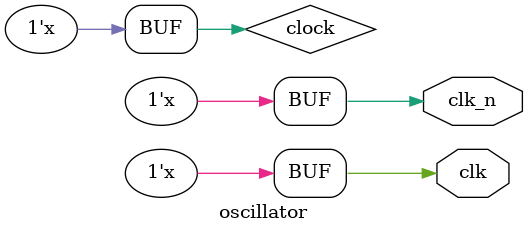
<source format=v>
module oscillator(clk,clk_n);

	parameter cycle =200 ;
	output clk,clk_n;
	reg clock;

	assign clk=clock;
	assign clk_n= ~clock;

initial
	clock = 1;

always
     begin
	#(cycle/2) clock=~clock;
     end

endmodule 
</source>
